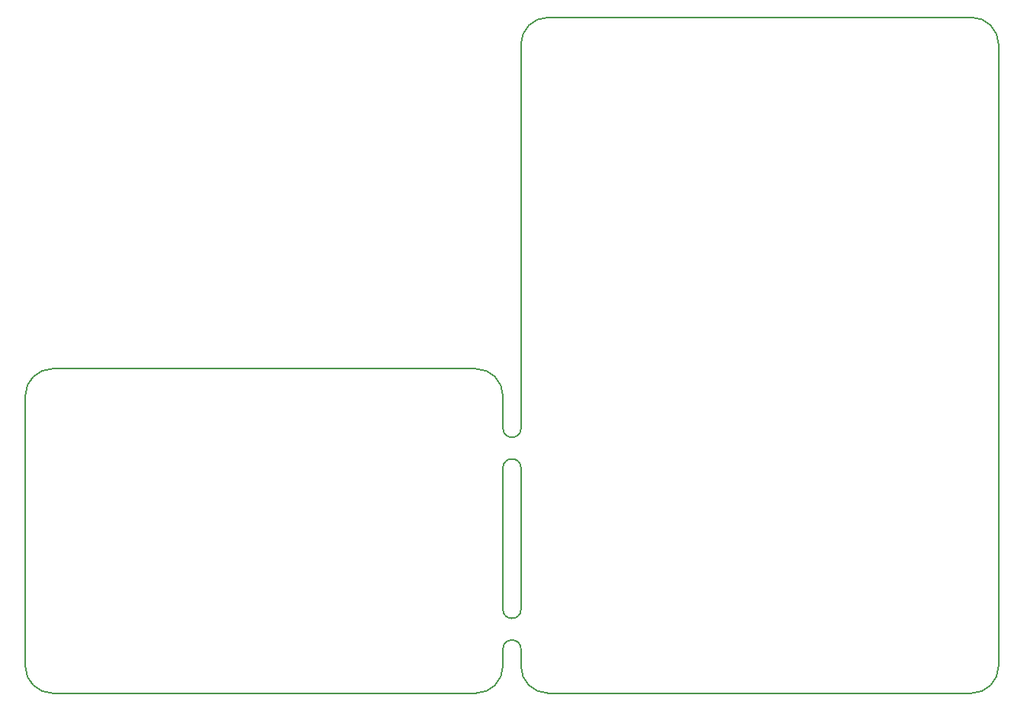
<source format=gbr>
G04 #@! TF.GenerationSoftware,KiCad,Pcbnew,(5.1.5-0-10_14)*
G04 #@! TF.CreationDate,2020-11-25T20:38:56+01:00*
G04 #@! TF.ProjectId,fl-remote,666c2d72-656d-46f7-9465-2e6b69636164,rev?*
G04 #@! TF.SameCoordinates,Original*
G04 #@! TF.FileFunction,Profile,NP*
%FSLAX46Y46*%
G04 Gerber Fmt 4.6, Leading zero omitted, Abs format (unit mm)*
G04 Created by KiCad (PCBNEW (5.1.5-0-10_14)) date 2020-11-25 20:38:56*
%MOMM*%
%LPD*%
G04 APERTURE LIST*
%ADD10C,0.200000*%
G04 APERTURE END LIST*
D10*
X118500000Y-58000000D02*
X118500000Y-100600000D01*
X116500000Y-105000000D02*
G75*
G02X118500000Y-105000000I1000000J0D01*
G01*
X118500000Y-100600000D02*
G75*
G02X116500000Y-100600000I-1000000J0D01*
G01*
X116500000Y-105000000D02*
X116500000Y-120700000D01*
X116500000Y-125100000D02*
X116500000Y-127000000D01*
X118500000Y-120700000D02*
G75*
G02X116500000Y-120700000I-1000000J0D01*
G01*
X116500000Y-125100000D02*
G75*
G02X118500000Y-125100000I1000000J0D01*
G01*
X118500000Y-125100000D02*
X118500000Y-127000000D01*
X116500000Y-100600000D02*
X116500000Y-97000000D01*
X66500000Y-130000000D02*
G75*
G02X63500000Y-127000000I0J3000000D01*
G01*
X66500000Y-130000000D02*
X113500000Y-130000000D01*
X113500000Y-94000000D02*
X66500000Y-94000000D01*
X63500000Y-97000000D02*
X63500000Y-127000000D01*
X113500000Y-94000000D02*
G75*
G02X116500000Y-97000000I0J-3000000D01*
G01*
X63500000Y-97000000D02*
G75*
G02X66500000Y-94000000I3000000J0D01*
G01*
X116500000Y-127000000D02*
G75*
G02X113500000Y-130000000I-3000000J0D01*
G01*
X171500000Y-127000000D02*
G75*
G02X168500000Y-130000000I-3000000J0D01*
G01*
X121500000Y-130000000D02*
G75*
G02X118500000Y-127000000I0J3000000D01*
G01*
X118500000Y-58000000D02*
G75*
G02X121500000Y-55000000I3000000J0D01*
G01*
X168500000Y-55000000D02*
G75*
G02X171500000Y-58000000I0J-3000000D01*
G01*
X118500000Y-105000000D02*
X118500000Y-120700000D01*
X168500000Y-55000000D02*
X121500000Y-55000000D01*
X171500000Y-127000000D02*
X171500000Y-58000000D01*
X121500000Y-130000000D02*
X168500000Y-130000000D01*
M02*

</source>
